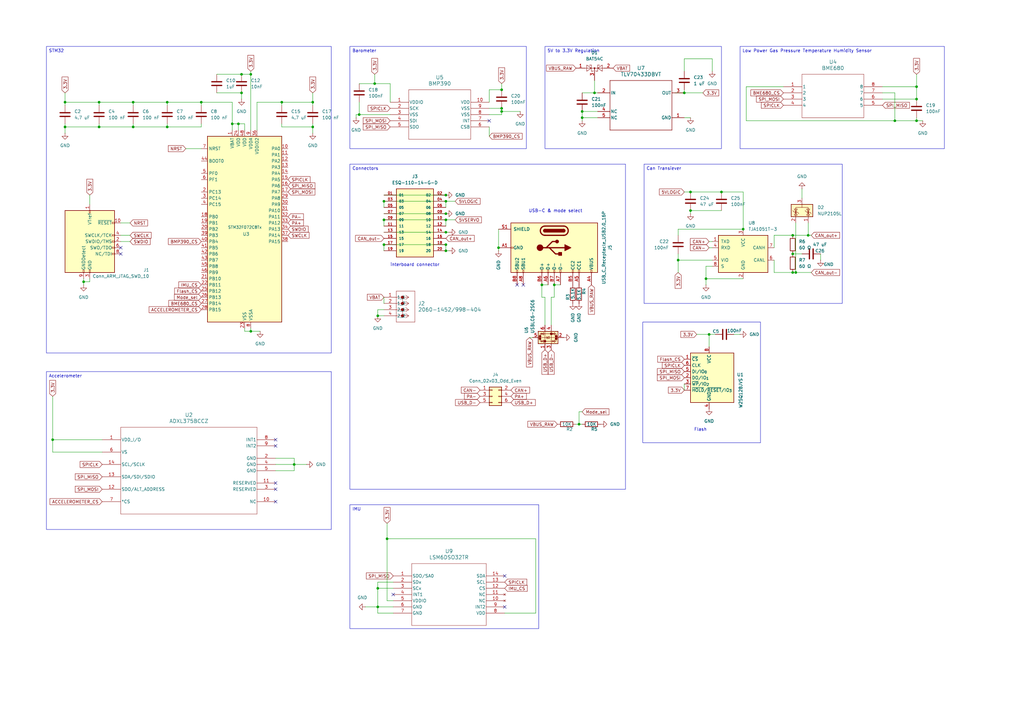
<source format=kicad_sch>
(kicad_sch (version 20250114) (generator "eeschema") (generator_version "9.0")
  (paper "A3")
  (rectangle (start 263.652 132.08) (end 311.912 181.61))
  (text "interboard connector" (at 170.18 108.712 0) (effects (font (size 1.27 1.27))))
  (text "USB-C & mode select\n" (at 227.838 86.614 0) (effects (font (size 1.27 1.27))))
  (text "Flash " (at 287.782 176.276 0) (effects (font (size 1.27 1.27))))
  (text_box "Low Power Gas Pressure Temperature Humidity Sensor" (at 303.53 19.05 0) (size 83.82 41.91) (margins 0.9525 0.9525 0.9525 0.9525) (effects (font (size 1.27 1.27)) (justify left top)))
  (text_box "Can Transiever" (at 264.16 67.31 0) (size 81.28 57.15) (margins 0.9525 0.9525 0.9525 0.9525) (effects (font (size 1.27 1.27)) (justify left top)))
  (text_box "Barometer" (at 143.51 19.05 0) (size 72.39 41.91) (margins 0.9525 0.9525 0.9525 0.9525) (effects (font (size 1.27 1.27)) (justify left top)))
  (text_box "5V to 3.3V Regulation\n" (at 223.52 19.05 0) (size 72.39 41.91) (margins 0.9525 0.9525 0.9525 0.9525) (effects (font (size 1.27 1.27)) (justify left top)))
  (text_box "Accelerometer" (at 19.05 152.4 0) (size 116.84 64.77) (margins 0.9525 0.9525 0.9525 0.9525) (effects (font (size 1.27 1.27)) (justify left top)))
  (text_box "IMU\n" (at 143.51 207.01 0) (size 77.47 50.8) (margins 0.9525 0.9525 0.9525 0.9525) (effects (font (size 1.27 1.27)) (justify left top)))
  (text_box "STM32" (at 19.05 19.05 0) (size 116.84 125.73) (margins 0.9525 0.9525 0.9525 0.9525) (effects (font (size 1.27 1.27)) (justify left top)))
  (text_box "Connectors\n" (at 143.51 67.31 0) (size 113.03 133.35) (margins 0.9525 0.9525 0.9525 0.9525) (effects (font (size 1.27 1.27)) (justify left top)))
  (junction (at 99.06 30.48))
  (junction (at 367.03 49.53))
  (junction (at 115.57 41.91))
  (junction (at 154.94 241.3))
  (junction (at 375.92 49.53))
  (junction (at 153.67 34.29))
  (junction (at 154.94 248.92))
  (junction (at 182.88 95.25))
  (junction (at 283.21 86.36))
  (junction (at 95.25 50.8))
  (junction (at 295.91 78.74))
  (junction (at 205.74 45.72))
  (junction (at 154.94 129.54))
  (junction (at 157.48 100.33))
  (junction (at 280.67 38.1))
  (junction (at 120.65 190.5))
  (junction (at 326.39 111.76))
  (junction (at 68.58 41.91))
  (junction (at 26.67 52.07))
  (junction (at 227.33 116.84))
  (junction (at 102.87 30.48))
  (junction (at 147.32 46.99))
  (junction (at 102.87 135.89))
  (junction (at 182.88 82.55))
  (junction (at 325.12 104.14))
  (junction (at 34.29 115.57))
  (junction (at 128.27 52.07))
  (junction (at 331.47 96.52))
  (junction (at 278.13 106.68))
  (junction (at 205.74 36.83))
  (junction (at 182.88 102.87))
  (junction (at 375.92 40.64))
  (junction (at 289.56 114.3))
  (junction (at 40.64 52.07))
  (junction (at 97.79 50.8))
  (junction (at 182.88 90.17))
  (junction (at 182.88 87.63))
  (junction (at 40.64 41.91))
  (junction (at 290.83 137.16))
  (junction (at 82.55 41.91))
  (junction (at 157.48 90.17))
  (junction (at 68.58 52.07))
  (junction (at 325.12 96.52))
  (junction (at 205.74 44.45))
  (junction (at 204.47 101.6))
  (junction (at 304.8 93.98))
  (junction (at 238.76 48.26))
  (junction (at 99.06 38.1))
  (junction (at 157.48 82.55))
  (junction (at 182.88 80.01))
  (junction (at 21.59 180.34))
  (junction (at 375.92 35.56))
  (junction (at 158.75 220.98))
  (junction (at 54.61 41.91))
  (junction (at 222.25 116.84))
  (junction (at 237.49 173.99))
  (junction (at 128.27 41.91))
  (junction (at 325.12 111.76))
  (junction (at 182.88 100.33))
  (junction (at 238.76 45.72))
  (junction (at 54.61 52.07))
  (junction (at 26.67 41.91))
  (junction (at 283.21 78.74))
  (junction (at 243.84 38.1))
  (no_connect (at 212.09 116.84))
  (no_connect (at 113.03 198.12))
  (no_connect (at 113.03 205.74))
  (no_connect (at 207.01 236.22))
  (no_connect (at 113.03 180.34))
  (no_connect (at 207.01 248.92))
  (no_connect (at 49.53 101.6))
  (no_connect (at 214.63 116.84))
  (no_connect (at 200.66 49.53))
  (no_connect (at 113.03 200.66))
  (no_connect (at 113.03 182.88))
  (no_connect (at 49.53 104.14))
  (no_connect (at 161.29 243.84))
  (wire (pts (xy 290.83 137.16) (xy 293.37 137.16)))
  (wire (pts (xy 157.48 87.63) (xy 182.88 87.63)))
  (wire (pts (xy 182.88 100.33) (xy 182.88 102.87)))
  (wire (pts (xy 278.13 93.98) (xy 304.8 93.98)))
  (wire (pts (xy 205.74 44.45) (xy 205.74 45.72)))
  (wire (pts (xy 158.75 214.63) (xy 158.75 220.98)))
  (wire (pts (xy 222.25 116.84) (xy 222.25 121.92)))
  (wire (pts (xy 40.64 41.91) (xy 54.61 41.91)))
  (wire (pts (xy 161.29 238.76) (xy 154.94 238.76)))
  (wire (pts (xy 361.95 38.1) (xy 367.03 38.1)))
  (wire (pts (xy 367.03 38.1) (xy 367.03 49.53)))
  (wire (pts (xy 146.05 46.99) (xy 146.05 48.26)))
  (wire (pts (xy 40.64 52.07) (xy 40.64 50.8)))
  (wire (pts (xy 99.06 38.1) (xy 99.06 40.64)))
  (wire (pts (xy 95.25 50.8) (xy 95.25 53.34)))
  (wire (pts (xy 290.83 137.16) (xy 290.83 142.24)))
  (wire (pts (xy 367.03 49.53) (xy 375.92 49.53)))
  (wire (pts (xy 157.48 90.17) (xy 157.48 92.71)))
  (wire (pts (xy 306.07 49.53) (xy 367.03 49.53)))
  (wire (pts (xy 154.94 129.54) (xy 157.48 129.54)))
  (wire (pts (xy 237.49 173.99) (xy 238.76 173.99)))
  (wire (pts (xy 157.48 90.17) (xy 182.88 90.17)))
  (wire (pts (xy 280.67 24.13) (xy 280.67 29.21)))
  (wire (pts (xy 34.29 115.57) (xy 34.29 116.84)))
  (wire (pts (xy 317.5 96.52) (xy 317.5 101.6)))
  (wire (pts (xy 375.92 49.53) (xy 375.92 48.26)))
  (wire (pts (xy 26.67 38.1) (xy 26.67 41.91)))
  (wire (pts (xy 128.27 38.1) (xy 128.27 41.91)))
  (wire (pts (xy 154.94 127) (xy 154.94 129.54)))
  (wire (pts (xy 97.79 53.34) (xy 97.79 50.8)))
  (wire (pts (xy 332.74 111.76) (xy 326.39 111.76)))
  (wire (pts (xy 290.83 101.6) (xy 292.1 101.6)))
  (wire (pts (xy 115.57 41.91) (xy 105.41 41.91)))
  (wire (pts (xy 154.94 251.46) (xy 154.94 248.92)))
  (wire (pts (xy 40.64 52.07) (xy 54.61 52.07)))
  (wire (pts (xy 200.66 41.91) (xy 200.66 36.83)))
  (wire (pts (xy 115.57 41.91) (xy 115.57 43.18)))
  (wire (pts (xy 280.67 38.1) (xy 288.29 38.1)))
  (wire (pts (xy 82.55 52.07) (xy 82.55 50.8)))
  (wire (pts (xy 106.68 135.89) (xy 102.87 135.89)))
  (wire (pts (xy 238.76 48.26) (xy 245.11 48.26)))
  (wire (pts (xy 120.65 187.96) (xy 120.65 190.5)))
  (wire (pts (xy 300.99 137.16) (xy 303.53 137.16)))
  (wire (pts (xy 237.49 168.91) (xy 237.49 173.99)))
  (wire (pts (xy 317.5 96.52) (xy 325.12 96.52)))
  (wire (pts (xy 200.66 55.88) (xy 200.66 52.07)))
  (wire (pts (xy 182.88 90.17) (xy 182.88 92.71)))
  (wire (pts (xy 21.59 180.34) (xy 41.91 180.34)))
  (wire (pts (xy 200.66 44.45) (xy 205.74 44.45)))
  (wire (pts (xy 236.22 173.99) (xy 237.49 173.99)))
  (wire (pts (xy 229.87 116.84) (xy 227.33 116.84)))
  (wire (pts (xy 283.21 78.74) (xy 295.91 78.74)))
  (wire (pts (xy 292.1 109.22) (xy 289.56 109.22)))
  (wire (pts (xy 292.1 24.13) (xy 280.67 24.13)))
  (wire (pts (xy 49.53 91.44) (xy 53.34 91.44)))
  (wire (pts (xy 158.75 220.98) (xy 158.75 246.38)))
  (wire (pts (xy 325.12 111.76) (xy 317.5 111.76)))
  (wire (pts (xy 128.27 52.07) (xy 128.27 50.8)))
  (wire (pts (xy 200.66 36.83) (xy 205.74 36.83)))
  (wire (pts (xy 336.55 104.14) (xy 336.55 106.68)))
  (wire (pts (xy 160.02 34.29) (xy 160.02 41.91)))
  (wire (pts (xy 82.55 41.91) (xy 95.25 41.91)))
  (wire (pts (xy 326.39 111.76) (xy 325.12 111.76)))
  (wire (pts (xy 157.48 127) (xy 154.94 127)))
  (wire (pts (xy 161.29 246.38) (xy 158.75 246.38)))
  (wire (pts (xy 326.39 91.44) (xy 326.39 111.76)))
  (wire (pts (xy 306.07 35.56) (xy 306.07 49.53)))
  (wire (pts (xy 147.32 46.99) (xy 160.02 46.99)))
  (wire (pts (xy 34.29 115.57) (xy 36.83 115.57)))
  (wire (pts (xy 120.65 190.5) (xy 125.73 190.5)))
  (wire (pts (xy 49.53 99.06) (xy 53.34 99.06)))
  (wire (pts (xy 157.48 124.46) (xy 157.48 121.92)))
  (wire (pts (xy 224.79 116.84) (xy 222.25 116.84)))
  (wire (pts (xy 375.92 49.53) (xy 378.46 49.53)))
  (wire (pts (xy 100.33 50.8) (xy 100.33 53.34)))
  (wire (pts (xy 280.67 157.48) (xy 280.67 160.02)))
  (wire (pts (xy 205.74 45.72) (xy 205.74 46.99)))
  (wire (pts (xy 243.84 38.1) (xy 245.11 38.1)))
  (wire (pts (xy 328.93 77.47) (xy 328.93 81.28)))
  (wire (pts (xy 95.25 41.91) (xy 95.25 50.8)))
  (wire (pts (xy 223.52 121.92) (xy 222.25 121.92)))
  (wire (pts (xy 278.13 104.14) (xy 278.13 106.68)))
  (wire (pts (xy 182.88 82.55) (xy 186.69 82.55)))
  (wire (pts (xy 280.67 48.26) (xy 283.21 48.26)))
  (wire (pts (xy 243.84 33.02) (xy 243.84 38.1)))
  (wire (pts (xy 304.8 78.74) (xy 304.8 93.98)))
  (wire (pts (xy 68.58 41.91) (xy 82.55 41.91)))
  (wire (pts (xy 204.47 101.6) (xy 204.47 102.87)))
  (wire (pts (xy 219.71 220.98) (xy 158.75 220.98)))
  (wire (pts (xy 207.01 251.46) (xy 219.71 251.46)))
  (wire (pts (xy 204.47 93.98) (xy 204.47 101.6)))
  (wire (pts (xy 54.61 41.91) (xy 68.58 41.91)))
  (wire (pts (xy 97.79 50.8) (xy 100.33 50.8)))
  (wire (pts (xy 120.65 193.04) (xy 120.65 190.5)))
  (wire (pts (xy 289.56 114.3) (xy 304.8 114.3)))
  (wire (pts (xy 113.03 193.04) (xy 120.65 193.04)))
  (wire (pts (xy 325.12 104.14) (xy 328.93 104.14)))
  (wire (pts (xy 289.56 114.3) (xy 289.56 116.84)))
  (wire (pts (xy 219.71 251.46) (xy 219.71 220.98)))
  (wire (pts (xy 283.21 86.36) (xy 295.91 86.36)))
  (wire (pts (xy 157.48 100.33) (xy 157.48 102.87)))
  (wire (pts (xy 238.76 45.72) (xy 238.76 48.26)))
  (wire (pts (xy 280.67 78.74) (xy 283.21 78.74)))
  (wire (pts (xy 226.06 121.92) (xy 227.33 121.92)))
  (wire (pts (xy 325.12 96.52) (xy 331.47 96.52)))
  (wire (pts (xy 238.76 48.26) (xy 238.76 49.53)))
  (wire (pts (xy 289.56 109.22) (xy 289.56 114.3)))
  (wire (pts (xy 205.74 45.72) (xy 213.36 45.72)))
  (wire (pts (xy 184.15 95.25) (xy 182.88 95.25)))
  (wire (pts (xy 26.67 52.07) (xy 26.67 54.61)))
  (wire (pts (xy 99.06 38.1) (xy 88.9 38.1)))
  (wire (pts (xy 317.5 111.76) (xy 317.5 106.68)))
  (wire (pts (xy 278.13 96.52) (xy 278.13 93.98)))
  (wire (pts (xy 223.52 133.35) (xy 223.52 121.92)))
  (wire (pts (xy 361.95 40.64) (xy 375.92 40.64)))
  (wire (pts (xy 54.61 52.07) (xy 68.58 52.07)))
  (wire (pts (xy 100.33 135.89) (xy 102.87 135.89)))
  (wire (pts (xy 115.57 52.07) (xy 115.57 50.8)))
  (wire (pts (xy 147.32 34.29) (xy 153.67 34.29)))
  (wire (pts (xy 99.06 30.48) (xy 88.9 30.48)))
  (wire (pts (xy 26.67 52.07) (xy 26.67 50.8)))
  (wire (pts (xy 184.15 102.87) (xy 182.88 102.87)))
  (wire (pts (xy 149.86 248.92) (xy 154.94 248.92)))
  (wire (pts (xy 40.64 41.91) (xy 40.64 43.18)))
  (wire (pts (xy 128.27 41.91) (xy 128.27 43.18)))
  (wire (pts (xy 128.27 52.07) (xy 128.27 54.61)))
  (wire (pts (xy 160.02 34.29) (xy 153.67 34.29)))
  (wire (pts (xy 278.13 106.68) (xy 292.1 106.68)))
  (wire (pts (xy 331.47 91.44) (xy 331.47 96.52)))
  (wire (pts (xy 113.03 187.96) (xy 120.65 187.96)))
  (wire (pts (xy 102.87 30.48) (xy 102.87 53.34)))
  (wire (pts (xy 278.13 106.68) (xy 278.13 111.76)))
  (wire (pts (xy 238.76 45.72) (xy 245.11 45.72)))
  (wire (pts (xy 82.55 41.91) (xy 82.55 43.18)))
  (wire (pts (xy 36.83 115.57) (xy 36.83 114.3)))
  (wire (pts (xy 157.48 85.09) (xy 157.48 82.55)))
  (wire (pts (xy 102.87 30.48) (xy 99.06 30.48)))
  (wire (pts (xy 290.83 99.06) (xy 292.1 99.06)))
  (wire (pts (xy 217.17 138.43) (xy 218.44 138.43)))
  (wire (pts (xy 182.88 82.55) (xy 182.88 85.09)))
  (wire (pts (xy 68.58 52.07) (xy 68.58 50.8)))
  (wire (pts (xy 26.67 52.07) (xy 40.64 52.07)))
  (wire (pts (xy 154.94 241.3) (xy 154.94 248.92)))
  (wire (pts (xy 283.21 86.36) (xy 283.21 87.63)))
  (wire (pts (xy 361.95 35.56) (xy 375.92 35.56)))
  (wire (pts (xy 100.33 134.62) (xy 100.33 135.89)))
  (wire (pts (xy 200.66 46.99) (xy 205.74 46.99)))
  (wire (pts (xy 375.92 40.64) (xy 375.92 35.56)))
  (wire (pts (xy 238.76 168.91) (xy 237.49 168.91)))
  (wire (pts (xy 147.32 41.91) (xy 147.32 46.99)))
  (wire (pts (xy 238.76 38.1) (xy 243.84 38.1)))
  (wire (pts (xy 21.59 185.42) (xy 21.59 180.34)))
  (wire (pts (xy 102.87 135.89) (xy 102.87 134.62)))
  (wire (pts (xy 113.03 190.5) (xy 120.65 190.5)))
  (wire (pts (xy 292.1 29.21) (xy 292.1 24.13)))
  (wire (pts (xy 157.48 95.25) (xy 182.88 95.25)))
  (wire (pts (xy 41.91 185.42) (xy 21.59 185.42)))
  (wire (pts (xy 331.47 96.52) (xy 332.74 96.52)))
  (wire (pts (xy 49.53 96.52) (xy 53.34 96.52)))
  (wire (pts (xy 102.87 29.21) (xy 102.87 30.48)))
  (wire (pts (xy 154.94 241.3) (xy 161.29 241.3)))
  (wire (pts (xy 26.67 41.91) (xy 26.67 43.18)))
  (wire (pts (xy 157.48 100.33) (xy 182.88 100.33)))
  (wire (pts (xy 285.75 137.16) (xy 290.83 137.16)))
  (wire (pts (xy 54.61 41.91) (xy 54.61 43.18)))
  (wire (pts (xy 34.29 114.3) (xy 34.29 115.57)))
  (wire (pts (xy 36.83 80.01) (xy 36.83 83.82)))
  (wire (pts (xy 295.91 78.74) (xy 304.8 78.74)))
  (wire (pts (xy 146.05 46.99) (xy 147.32 46.99)))
  (wire (pts (xy 205.74 34.29) (xy 205.74 36.83)))
  (wire (pts (xy 153.67 34.29) (xy 153.67 30.48)))
  (wire (pts (xy 375.92 35.56) (xy 375.92 30.48)))
  (wire (pts (xy 321.31 35.56) (xy 306.07 35.56)))
  (wire (pts (xy 280.67 36.83) (xy 280.67 38.1)))
  (wire (pts (xy 26.67 41.91) (xy 40.64 41.91)))
  (wire (pts (xy 226.06 133.35) (xy 226.06 121.92)))
  (wire (pts (xy 95.25 50.8) (xy 97.79 50.8)))
  (wire (pts (xy 105.41 41.91) (xy 105.41 53.34)))
  (wire (pts (xy 154.94 248.92) (xy 161.29 248.92)))
  (wire (pts (xy 68.58 41.91) (xy 68.58 43.18)))
  (wire (pts (xy 21.59 180.34) (xy 21.59 162.56)))
  (wire (pts (xy 128.27 52.07) (xy 115.57 52.07)))
  (wire (pts (xy 182.88 90.17) (xy 186.69 90.17)))
  (wire (pts (xy 157.48 80.01) (xy 182.88 80.01)))
  (wire (pts (xy 154.94 238.76) (xy 154.94 241.3)))
  (wire (pts (xy 276.86 38.1) (xy 280.67 38.1)))
  (wire (pts (xy 54.61 52.07) (xy 54.61 50.8)))
  (wire (pts (xy 128.27 41.91) (xy 115.57 41.91)))
  (wire (pts (xy 76.2 60.96) (xy 82.55 60.96)))
  (wire (pts (xy 157.48 82.55) (xy 182.88 82.55)))
  (wire (pts (xy 161.29 251.46) (xy 154.94 251.46)))
  (wire (pts (xy 68.58 52.07) (xy 82.55 52.07)))
  (wire (pts (xy 227.33 121.92) (xy 227.33 116.84)))
  (global_label "SWDIO" (shape input) (at 53.34 99.06 0) (property "Intersheetrefs" "${INTERSHEET_REFS}" (effects (hide yes))))
  (global_label "5VSERVO" (shape input) (at 186.69 90.17 0) (property "Intersheetrefs" "${INTERSHEET_REFS}" (effects (hide yes))))
  (global_label "3.3V" (shape input) (at 36.83 80.01 90) (property "Intersheetrefs" "${INTERSHEET_REFS}" (effects (hide yes))))
  (global_label "SWCLK" (shape input) (at 118.11 96.52 0) (property "Intersheetrefs" "${INTERSHEET_REFS}" (effects (hide yes))))
  (global_label "Flash_CS" (shape input) (at 280.67 147.32 180) (property "Intersheetrefs" "${INTERSHEET_REFS}" (effects (hide yes))))
  (global_label "CAN_out-" (shape input) (at 157.48 97.79 180) (property "Intersheetrefs" "${INTERSHEET_REFS}" (effects (hide yes))))
  (global_label "Flash_CS" (shape input) (at 82.55 119.38 180) (property "Intersheetrefs" "${INTERSHEET_REFS}" (effects (hide yes))))
  (global_label "SPI_MOSI" (shape input) (at 41.91 200.66 180) (property "Intersheetrefs" "${INTERSHEET_REFS}" (effects (hide yes))))
  (global_label "3.3V" (shape input) (at 288.29 38.1 0) (property "Intersheetrefs" "${INTERSHEET_REFS}" (effects (hide yes))))
  (global_label "CAN+" (shape input) (at 290.83 99.06 180) (property "Intersheetrefs" "${INTERSHEET_REFS}" (effects (hide yes))))
  (global_label "VBUS_RAW" (shape input) (at 242.57 116.84 270) (property "Intersheetrefs" "${INTERSHEET_REFS}" (effects (hide yes))))
  (global_label "CAN+" (shape input) (at 209.55 160.02 0) (property "Intersheetrefs" "${INTERSHEET_REFS}" (effects (hide yes))))
  (global_label "3.3V" (shape input) (at 102.87 29.21 90) (property "Intersheetrefs" "${INTERSHEET_REFS}" (effects (hide yes))))
  (global_label "ACCELEROMETER_CS" (shape input) (at 82.55 127 180) (property "Intersheetrefs" "${INTERSHEET_REFS}" (effects (hide yes))))
  (global_label "USB_D-" (shape input) (at 226.06 143.51 270) (property "Intersheetrefs" "${INTERSHEET_REFS}" (effects (hide yes))))
  (global_label "3.3V" (shape input) (at 280.67 160.02 180) (property "Intersheetrefs" "${INTERSHEET_REFS}" (effects (hide yes))))
  (global_label "PA+" (shape input) (at 209.55 162.56 0) (property "Intersheetrefs" "${INTERSHEET_REFS}" (effects (hide yes))))
  (global_label "3.3V" (shape input) (at 375.92 30.48 90) (property "Intersheetrefs" "${INTERSHEET_REFS}" (effects (hide yes))))
  (global_label "USB_D+" (shape input) (at 223.52 143.51 270) (property "Intersheetrefs" "${INTERSHEET_REFS}" (effects (hide yes))))
  (global_label "3.3V" (shape input) (at 205.74 34.29 90) (property "Intersheetrefs" "${INTERSHEET_REFS}" (effects (hide yes))))
  (global_label "IMU_CS" (shape input) (at 82.55 116.84 180) (property "Intersheetrefs" "${INTERSHEET_REFS}" (effects (hide yes))))
  (global_label "SPI_MOSI" (shape input) (at 280.67 154.94 180) (property "Intersheetrefs" "${INTERSHEET_REFS}" (effects (hide yes))))
  (global_label "USB_D-" (shape input) (at 196.85 165.1 180) (property "Intersheetrefs" "${INTERSHEET_REFS}" (effects (hide yes))))
  (global_label "IMU_CS" (shape input) (at 207.01 241.3 0) (property "Intersheetrefs" "${INTERSHEET_REFS}" (effects (hide yes))))
  (global_label "SPI_MOSI" (shape input) (at 118.11 78.74 0) (property "Intersheetrefs" "${INTERSHEET_REFS}" (effects (hide yes))))
  (global_label "SPI_MISO" (shape input) (at 161.29 236.22 180) (property "Intersheetrefs" "${INTERSHEET_REFS}" (effects (hide yes))))
  (global_label "SPICLK" (shape input) (at 118.11 73.66 0) (property "Intersheetrefs" "${INTERSHEET_REFS}" (effects (hide yes))))
  (global_label "NRST" (shape input) (at 53.34 91.44 0) (property "Intersheetrefs" "${INTERSHEET_REFS}" (effects (hide yes))))
  (global_label "CAN_out+" (shape input) (at 332.74 96.52 0) (property "Intersheetrefs" "${INTERSHEET_REFS}" (effects (hide yes))))
  (global_label "3.3V" (shape input) (at 278.13 111.76 270) (property "Intersheetrefs" "${INTERSHEET_REFS}" (effects (hide yes))))
  (global_label "CAN_out+" (shape input) (at 182.88 97.79 0) (property "Intersheetrefs" "${INTERSHEET_REFS}" (effects (hide yes))))
  (global_label "BMP390_CS" (shape input) (at 200.66 55.88 0) (property "Intersheetrefs" "${INTERSHEET_REFS}" (effects (hide yes))))
  (global_label "Mode_sel" (shape input) (at 238.76 168.91 0) (property "Intersheetrefs" "${INTERSHEET_REFS}" (effects (hide yes))))
  (global_label "5VLOGIC" (shape input) (at 280.67 78.74 180) (property "Intersheetrefs" "${INTERSHEET_REFS}" (effects (hide yes))))
  (global_label "BME680_CS" (shape input) (at 82.55 124.46 180) (property "Intersheetrefs" "${INTERSHEET_REFS}" (effects (hide yes))))
  (global_label "SPICLK" (shape input) (at 41.91 190.5 180) (property "Intersheetrefs" "${INTERSHEET_REFS}" (effects (hide yes))))
  (global_label "CAN-" (shape input) (at 290.83 101.6 180) (property "Intersheetrefs" "${INTERSHEET_REFS}" (effects (hide yes))))
  (global_label "NRST" (shape input) (at 76.2 60.96 180) (property "Intersheetrefs" "${INTERSHEET_REFS}" (effects (hide yes))))
  (global_label "3.3V" (shape input) (at 26.67 38.1 90) (property "Intersheetrefs" "${INTERSHEET_REFS}" (effects (hide yes))))
  (global_label "VBUS_RAW" (shape input) (at 228.6 173.99 180) (property "Intersheetrefs" "${INTERSHEET_REFS}" (effects (hide yes))))
  (global_label "SPI_MOSI" (shape input) (at 160.02 49.53 180) (property "Intersheetrefs" "${INTERSHEET_REFS}" (effects (hide yes))))
  (global_label "SPI_MISO" (shape input) (at 160.02 52.07 180) (property "Intersheetrefs" "${INTERSHEET_REFS}" (effects (hide yes))))
  (global_label "USB_D+" (shape input) (at 209.55 165.1 0) (property "Intersheetrefs" "${INTERSHEET_REFS}" (effects (hide yes))))
  (global_label "SPICLK" (shape input) (at 280.67 149.86 180) (property "Intersheetrefs" "${INTERSHEET_REFS}" (effects (hide yes))))
  (global_label "SPI_MISO" (shape input) (at 118.11 76.2 0) (property "Intersheetrefs" "${INTERSHEET_REFS}" (effects (hide yes))))
  (global_label "SPICLK" (shape input) (at 160.02 44.45 180) (property "Intersheetrefs" "${INTERSHEET_REFS}" (effects (hide yes))))
  (global_label "3.3V" (shape input) (at 21.59 162.56 90) (property "Intersheetrefs" "${INTERSHEET_REFS}" (effects (hide yes))))
  (global_label "3.3V" (shape input) (at 285.75 137.16 180) (property "Intersheetrefs" "${INTERSHEET_REFS}" (effects (hide yes))))
  (global_label "Mode_sel" (shape input) (at 82.55 121.92 180) (property "Intersheetrefs" "${INTERSHEET_REFS}" (effects (hide yes))))
  (global_label "SPI_MISO" (shape input) (at 361.95 43.18 0) (property "Intersheetrefs" "${INTERSHEET_REFS}" (effects (hide yes))))
  (global_label "3.3V" (shape input) (at 128.27 38.1 90) (property "Intersheetrefs" "${INTERSHEET_REFS}" (effects (hide yes))))
  (global_label "SPI_MOSI" (shape input) (at 321.31 40.64 180) (property "Intersheetrefs" "${INTERSHEET_REFS}" (effects (hide yes))))
  (global_label "PA-" (shape input) (at 196.85 162.56 180) (property "Intersheetrefs" "${INTERSHEET_REFS}" (effects (hide yes))))
  (global_label "SWCLK" (shape input) (at 53.34 96.52 0) (property "Intersheetrefs" "${INTERSHEET_REFS}" (effects (hide yes))))
  (global_label "VBAT" (shape input) (at 157.48 121.92 180) (property "Intersheetrefs" "${INTERSHEET_REFS}" (effects (hide yes))))
  (global_label "3.3V" (shape input) (at 158.75 214.63 90) (property "Intersheetrefs" "${INTERSHEET_REFS}" (effects (hide yes))))
  (global_label "PA+" (shape input) (at 118.11 91.44 0) (property "Intersheetrefs" "${INTERSHEET_REFS}" (effects (hide yes))))
  (global_label "3.3V" (shape input) (at 153.67 30.48 90) (property "Intersheetrefs" "${INTERSHEET_REFS}" (effects (hide yes))))
  (global_label "ACCELEROMETER_CS" (shape input) (at 41.91 205.74 180) (property "Intersheetrefs" "${INTERSHEET_REFS}" (effects (hide yes))))
  (global_label "BMP390_CS" (shape input) (at 82.55 99.06 180) (property "Intersheetrefs" "${INTERSHEET_REFS}" (effects (hide yes))))
  (global_label "VBUS_RAW" (shape input) (at 236.22 27.94 180) (property "Intersheetrefs" "${INTERSHEET_REFS}" (effects (hide yes))))
  (global_label "SPICLK" (shape input) (at 207.01 238.76 0) (property "Intersheetrefs" "${INTERSHEET_REFS}" (effects (hide yes))))
  (global_label "5VLOGIC" (shape input) (at 186.69 82.55 0) (property "Intersheetrefs" "${INTERSHEET_REFS}" (effects (hide yes))))
  (global_label "BME680_CS" (shape input) (at 321.31 38.1 180) (property "Intersheetrefs" "${INTERSHEET_REFS}" (effects (hide yes))))
  (global_label "VBUS_RAW" (shape input) (at 217.17 138.43 270) (property "Intersheetrefs" "${INTERSHEET_REFS}" (effects (hide yes))))
  (global_label "SPI_MISO" (shape input) (at 41.91 195.58 180) (property "Intersheetrefs" "${INTERSHEET_REFS}" (effects (hide yes))))
  (global_label "SPICLK" (shape input) (at 321.31 43.18 180) (property "Intersheetrefs" "${INTERSHEET_REFS}" (effects (hide yes))))
  (global_label "CAN-" (shape input) (at 196.85 160.02 180) (property "Intersheetrefs" "${INTERSHEET_REFS}" (effects (hide yes))))
  (global_label "PA-" (shape input) (at 118.11 88.9 0) (property "Intersheetrefs" "${INTERSHEET_REFS}" (effects (hide yes))))
  (global_label "VBAT" (shape input) (at 251.46 27.94 0) (property "Intersheetrefs" "${INTERSHEET_REFS}" (effects (hide yes))))
  (global_label "SPI_MISO" (shape input) (at 280.67 152.4 180) (property "Intersheetrefs" "${INTERSHEET_REFS}" (effects (hide yes))))
  (global_label "SWDIO" (shape input) (at 118.11 93.98 0) (property "Intersheetrefs" "${INTERSHEET_REFS}" (effects (hide yes))))
  (global_label "CAN_out-" (shape input) (at 332.74 111.76 0) (property "Intersheetrefs" "${INTERSHEET_REFS}" (effects (hide yes))))
  (symbol (lib_id "power:GND") (at 238.76 49.53 0) (unit 1)
    (property "Reference" "#PWR023" (effects (hide yes)))
    (property "Value" "GND" (at 238.76 54.61 0))
    (property "Description" "Power symbol creates a global label with name \"GND\" , ground" (effects (hide yes)))
  )
  (symbol (lib_id "power:GND") (at 231.14 138.43 90) (unit 1)
    (property "Reference" "#PWR020" (effects (hide yes)))
    (property "Value" "GND" (at 236.22 138.43 0))
    (property "Description" "Power symbol creates a global label with name \"GND\" , ground" (effects (hide yes)))
  )
  (symbol (lib_id "power:GND") (at 234.95 124.46 0) (unit 1)
    (property "Reference" "#PWR021" (effects (hide yes)))
    (property "Value" "GND" (at 234.9499 128.27 90) (effects (justify right)))
    (property "Description" "Power symbol creates a global label with name \"GND\" , ground" (effects (hide yes)))
  )
  (symbol (lib_id "Device:C") (at 238.76 41.91 0) (unit 1)
    (property "Reference" "C21" (at 242.57 40.6399 0) (effects (justify left)))
    (property "Value" "100nF" (at 242.57 43.1799 0) (effects (justify left)))
    (property "Footprint" "Capacitor_SMD:C_0402_1005Metric" (effects (hide yes)))
    (property "Description" "Unpolarized capacitor" (effects (hide yes)))
  )
  (symbol (lib_id "power:GND") (at 283.21 48.26 0) (unit 1)
    (property "Reference" "#PWR025" (effects (hide yes)))
    (property "Value" "GND" (at 283.21 53.34 0))
    (property "Description" "Power symbol creates a global label with name \"GND\" , ground" (effects (hide yes)))
  )
  (symbol (lib_id "power:GND") (at 246.38 173.99 90) (unit 1)
    (property "Reference" "#PWR024" (effects (hide yes)))
    (property "Value" "GND" (at 250.19 173.9899 90) (effects (justify right)))
    (property "Description" "Power symbol creates a global label with name \"GND\" , ground" (effects (hide yes)))
  )
  (symbol (lib_id "Device:C") (at 205.74 40.64 0) (unit 1)
    (property "Reference" "C20" (at 209.55 39.3699 0) (effects (justify left)))
    (property "Value" "100nF" (at 209.55 41.9099 0) (effects (justify left)))
    (property "Footprint" "Capacitor_SMD:C_0402_1005Metric" (effects (hide yes)))
    (property "Description" "Unpolarized capacitor" (effects (hide yes)))
  )
  (symbol (lib_id "power:GND") (at 146.05 48.26 0) (unit 1)
    (property "Reference" "#PWR011" (effects (hide yes)))
    (property "Value" "GND" (at 146.05 53.34 0))
    (property "Description" "Power symbol creates a global label with name \"GND\" , ground" (effects (hide yes)))
  )
  (symbol (lib_id "Device:C") (at 297.18 137.16 90) (unit 1)
    (property "Reference" "C5" (at 293.624 135.89 90))
    (property "Value" "100nF" (at 301.244 135.636 90))
    (property "Footprint" "Capacitor_SMD:C_0402_1005Metric" (effects (hide yes)))
    (property "Description" "Unpolarized capacitor" (effects (hide yes)))
  )
  (symbol (lib_id "power:GND") (at 213.36 45.72 0) (unit 1)
    (property "Reference" "#PWR019" (effects (hide yes)))
    (property "Value" "GND" (at 213.36 50.8 0))
    (property "Description" "Power symbol creates a global label with name \"GND\" , ground" (effects (hide yes)))
  )
  (symbol (lib_id "Device:C") (at 128.27 46.99 0) (unit 1)
    (property "Reference" "C17" (at 132.08 45.7199 0) (effects (justify left)))
    (property "Value" "100 nF" (at 132.08 48.2599 0) (effects (justify left)))
    (property "Footprint" "Capacitor_SMD:C_0402_1005Metric" (effects (hide yes)))
    (property "Description" "Unpolarized capacitor" (effects (hide yes)))
  )
  (symbol (lib_id "Interface_CAN_LIN:TJA1051T-3") (at 304.8 104.14 0) (unit 1)
    (property "Reference" "U8" (at 306.9433 91.44 0) (effects (justify left)))
    (property "Value" "TJA1051T-3" (at 306.9433 93.98 0) (effects (justify left)))
    (property "Footprint" "Package_SO:SOIC-8_3.9x4.9mm_P1.27mm" (effects (hide yes)))
    (property "Datasheet" "http://www.nxp.com/docs/en/data-sheet/TJA1051.pdf" (effects (hide yes)))
    (property "Description" "High-Speed CAN Transceiver, separate VIO, silent mode, SOIC-8" (effects (hide yes)))
  )
  (symbol (lib_id "power:GND") (at 378.46 49.53 0) (unit 1)
    (property "Reference" "#PWR013" (effects (hide yes)))
    (property "Value" "GND" (at 378.46 54.61 0))
    (property "Description" "Power symbol creates a global label with name \"GND\" , ground" (effects (hide yes)))
  )
  (symbol (lib_id "power:GND") (at 204.47 102.87 0) (unit 1)
    (property "Reference" "#PWR018" (effects (hide yes)))
    (property "Value" "GND" (at 204.4701 106.68 90) (effects (justify right)))
    (property "Description" "Power symbol creates a global label with name \"GND\" , ground" (effects (hide yes)))
  )
  (symbol (lib_id "Device:C") (at 147.32 38.1 0) (unit 1)
    (property "Reference" "C18" (at 151.13 36.8299 0) (effects (justify left)))
    (property "Value" "100nF" (at 151.13 39.3699 0) (effects (justify left)))
    (property "Footprint" "Capacitor_SMD:C_0402_1005Metric" (effects (hide yes)))
    (property "Description" "Unpolarized capacitor" (effects (hide yes)))
  )
  (symbol (lib_id "Device:R") (at 232.41 173.99 270) (unit 1)
    (property "Reference" "R2" (at 234.95 176.022 90) (effects (justify right)))
    (property "Value" "10K" (at 234.442 173.99 90) (effects (justify right)))
    (property "Footprint" "Resistor_SMD:R_0402_1005Metric" (effects (hide yes)))
    (property "Description" "Resistor" (effects (hide yes)))
  )
  (symbol (lib_id "power:GND") (at 237.49 124.46 0) (unit 1)
    (property "Reference" "#PWR022" (effects (hide yes)))
    (property "Value" "GND" (at 237.4901 128.27 90) (effects (justify right)))
    (property "Description" "Power symbol creates a global label with name \"GND\" , ground" (effects (hide yes)))
  )
  (symbol (lib_id "power:GND") (at 154.94 129.54 0) (unit 1)
    (property "Reference" "#PWR012" (effects (hide yes)))
    (property "Value" "GND" (at 154.94 134.62 0))
    (property "Description" "Power symbol creates a global label with name \"GND\" , ground" (effects (hide yes)))
  )
  (symbol (lib_id "Device:C") (at 280.67 33.02 0) (unit 1)
    (property "Reference" "C23" (at 284.48 31.7499 0) (effects (justify left)))
    (property "Value" "1 uF" (at 284.48 34.2899 0) (effects (justify left)))
    (property "Footprint" "Capacitor_SMD:C_0402_1005Metric" (effects (hide yes)))
    (property "Description" "Unpolarized capacitor" (effects (hide yes)))
  )
  (symbol (lib_id "Power_Protection:USBLC6-2SC6") (at 223.52 138.43 90) (unit 1)
    (property "Reference" "U6" (at 215.9 136.7789 0) (effects (justify left)))
    (property "Value" "USBLC6-2SC6" (at 218.44 136.7789 0) (effects (justify left)))
    (property "Footprint" "Package_TO_SOT_SMD:SOT-23-6" (effects (hide yes)))
    (property "Datasheet" "https://www.st.com/resource/en/datasheet/usblc6-2.pdf" (effects (hide yes)))
    (property "Description" "Very low capacitance ESD protection diode, 2 data-line, SOT-23-6" (effects (hide yes)))
  )
  (symbol (lib_id "Connector:Conn_ARM_JTAG_SWD_10") (at 36.83 99.06 0) (unit 1)
    (property "Reference" "J1" (at 61.214 110.744 0) (effects (justify right)))
    (property "Value" "Conn_ARM_JTAG_SWD_10" (at 61.214 113.284 0) (effects (justify right)))
    (property "Footprint" "Connector_PinHeader_1.27mm:PinHeader_2x05_P1.27mm_Vertical" (effects (hide yes)))
    (property "Datasheet" "http://infocenter.arm.com/help/topic/com.arm.doc.ddi0314h/DDI0314H_coresight_components_trm.pdf" (effects (hide yes)))
    (property "Description" "Cortex Debug Connector, standard ARM Cortex-M SWD and JTAG interface" (effects (hide yes)))
  )
  (symbol (lib_id "power:GND") (at 336.55 106.68 0) (unit 1)
    (property "Reference" "#PWR030" (effects (hide yes)))
    (property "Value" "GND" (at 339.852 108.458 0))
    (property "Description" "Power symbol creates a global label with name \"GND\" , ground" (effects (hide yes)))
  )
  (symbol (lib_id "Device:R") (at 234.95 120.65 180) (unit 1)
    (property "Reference" "R3" (at 232.918 123.19 90) (effects (justify right)))
    (property "Value" "5.1K" (at 234.95 122.682 90) (effects (justify right)))
    (property "Footprint" "Resistor_SMD:R_0402_1005Metric" (effects (hide yes)))
    (property "Description" "Resistor" (effects (hide yes)))
  )
  (symbol (lib_id "power:GND") (at 182.88 87.63 90) (unit 1)
    (property "Reference" "#PWR015" (effects (hide yes)))
    (property "Value" "GND" (at 186.69 87.6299 90) (effects (justify right)))
    (property "Description" "Power symbol creates a global label with name \"GND\" , ground" (effects (hide yes)))
  )
  (symbol (lib_id "TLV70433DBVT:TLV70433DBVT") (at 262.89 43.18 0) (unit 1)
    (property "Reference" "U7" (at 262.89 27.94 0) (effects (font (size 1.524 1.524))))
    (property "Value" "TLV70433DBVT" (at 262.89 30.48 0) (effects (font (size 1.524 1.524))))
    (property "Footprint" "footprints:DBV0005A_M" (effects (hide yes)))
    (property "Datasheet" "https://www.ti.com/lit/gpn/tlv704" (effects (hide yes)))
  )
  (symbol (lib_id "Device:C") (at 278.13 100.33 0) (mirror x) (unit 1)
    (property "Reference" "C22" (at 274.32 99.0599 0) (effects (justify right)))
    (property "Value" "100nF" (at 274.32 101.5999 0) (effects (justify right)))
    (property "Footprint" "Capacitor_SMD:C_0402_1005Metric" (effects (hide yes)))
    (property "Description" "Unpolarized capacitor" (effects (hide yes)))
  )
  (symbol (lib_id "power:GND") (at 26.67 54.61 0) (unit 1)
    (property "Reference" "#PWR02" (effects (hide yes)))
    (property "Value" "GND" (at 26.67 59.69 0))
    (property "Description" "Power symbol creates a global label with name \"GND\" , ground" (effects (hide yes)))
  )
  (symbol (lib_id "BMP390:BMP390") (at 160.02 41.91 0) (unit 1)
    (property "Reference" "U5" (at 180.34 31.75 0) (effects (font (size 1.524 1.524))))
    (property "Value" "BMP390" (at 180.34 34.29 0) (effects (font (size 1.524 1.524))))
    (property "Footprint" "footprints:10LGA_2X2X0p75_BOS" (effects (hide yes)))
    (property "Datasheet" "BMP390" (effects (hide yes)))
  )
  (symbol (lib_id "Device:R") (at 242.57 173.99 270) (unit 1)
    (property "Reference" "R5" (at 245.11 176.022 90) (effects (justify right)))
    (property "Value" "10K" (at 244.602 173.99 90) (effects (justify right)))
    (property "Footprint" "Resistor_SMD:R_0402_1005Metric" (effects (hide yes)))
    (property "Description" "Resistor" (effects (hide yes)))
  )
  (symbol (lib_id "power:GND") (at 125.73 190.5 90) (unit 1)
    (property "Reference" "#PWR01" (effects (hide yes)))
    (property "Value" "GND" (at 129.54 190.4999 90) (effects (justify right)))
    (property "Description" "Power symbol creates a global label with name \"GND\" , ground" (effects (hide yes)))
  )
  (symbol (lib_id "power:GND") (at 106.68 135.89 0) (unit 1)
    (property "Reference" "#PWR09" (effects (hide yes)))
    (property "Value" "GND" (at 106.68 140.97 0))
    (property "Description" "Power symbol creates a global label with name \"GND\" , ground" (effects (hide yes)))
  )
  (symbol (lib_id "Device:C") (at 88.9 34.29 0) (mirror y) (unit 1)
    (property "Reference" "C10" (at 92.71 33.0199 0) (effects (justify right)))
    (property "Value" "1uF" (at 92.71 35.5599 0) (effects (justify right)))
    (property "Footprint" "Capacitor_SMD:C_0402_1005Metric" (effects (hide yes)))
    (property "Description" "Unpolarized capacitor" (effects (hide yes)))
  )
  (symbol (lib_id "power:GND") (at 99.06 40.64 0) (mirror y) (unit 1)
    (property "Reference" "#PWR07" (effects (hide yes)))
    (property "Value" "GND" (at 99.06 45.72 0))
    (property "Description" "Power symbol creates a global label with name \"GND\" , ground" (effects (hide yes)))
  )
  (symbol (lib_id "Device:C") (at 54.61 46.99 0) (unit 1)
    (property "Reference" "C6" (at 58.42 45.7199 0) (effects (justify left)))
    (property "Value" "100 nF" (at 58.42 48.2599 0) (effects (justify left)))
    (property "Footprint" "Capacitor_SMD:C_0402_1005Metric" (effects (hide yes)))
    (property "Description" "Unpolarized capacitor" (effects (hide yes)))
  )
  (symbol (lib_id "Device:C") (at 115.57 46.99 0) (unit 1)
    (property "Reference" "C15" (at 119.38 45.7199 0) (effects (justify left)))
    (property "Value" "4.7 uF" (at 119.38 48.2599 0) (effects (justify left)))
    (property "Footprint" "Capacitor_SMD:C_0402_1005Metric" (effects (hide yes)))
    (property "Description" "Unpolarized capacitor" (effects (hide yes)))
  )
  (symbol (lib_id "Device:C") (at 295.91 82.55 0) (unit 1)
    (property "Reference" "C25" (at 299.72 81.2799 0) (effects (justify left)))
    (property "Value" "100nF" (at 299.72 83.8199 0) (effects (justify left)))
    (property "Footprint" "Capacitor_SMD:C_0402_1005Metric" (effects (hide yes)))
    (property "Description" "Unpolarized capacitor" (effects (hide yes)))
  )
  (symbol (lib_id "power:GND") (at 292.1 29.21 0) (unit 1)
    (property "Reference" "#PWR028" (effects (hide yes)))
    (property "Value" "GND" (at 292.1 34.29 0))
    (property "Description" "Power symbol creates a global label with name \"GND\" , ground" (effects (hide yes)))
  )
  (symbol (lib_id "power:GND") (at 184.15 95.25 90) (unit 1)
    (property "Reference" "#PWR016" (effects (hide yes)))
    (property "Value" "GND" (at 187.96 95.2499 90) (effects (justify right)))
    (property "Description" "Power symbol creates a global label with name \"GND\" , ground" (effects (hide yes)))
  )
  (symbol (lib_id "MCU_ST_STM32F0:STM32F072C8Tx") (at 100.33 93.98 0) (unit 1)
    (property "Reference" "U3" (at 99.568 96.012 0) (effects (justify left)))
    (property "Value" "STM32F072C8Tx" (at 93.472 93.218 0) (effects (font (size 1.143 1.143)) (justify left)))
    (property "Footprint" "Package_QFP:LQFP-48_7x7mm_P0.5mm" (effects (hide yes)))
    (property "Datasheet" "https://www.st.com/resource/en/datasheet/stm32f072c8.pdf" (effects (hide yes)))
    (property "Description" "STMicroelectronics Arm Cortex-M0 MCU, 64KB flash, 16KB RAM, 48 MHz, 2.0-3.6V, 37 GPIO, LQFP48" (effects (hide yes)))
  )
  (symbol (lib_id "Device:C") (at 26.67 46.99 0) (unit 1)
    (property "Reference" "C2" (at 30.48 45.7199 0) (effects (justify left)))
    (property "Value" "4.7 uF" (at 30.48 48.2599 0) (effects (justify left)))
    (property "Footprint" "Capacitor_SMD:C_0402_1005Metric" (effects (hide yes)))
    (property "Description" "Unpolarized capacitor" (effects (hide yes)))
  )
  (symbol (lib_id "Device:R") (at 325.12 100.33 0) (unit 1)
    (property "Reference" "R6" (at 327.66 99.0599 0) (effects (justify left)))
    (property "Value" "60 Ω" (at 327.66 101.5999 0) (effects (justify left)))
    (property "Footprint" "Resistor_SMD:R_0402_1005Metric" (effects (hide yes)))
    (property "Description" "Resistor" (effects (hide yes)))
  )
  (symbol (lib_id "ESQ-110-X-X-D:ESQ-110-X-X-D") (at 170.18 90.17 0) (unit 1)
    (property "Reference" "J3" (at 170.18 72.39 0))
    (property "Value" "ESQ-110-14-G-D" (at 170.18 74.93 0))
    (property "Footprint" "Connector_PinHeader_2.54mm:PinHeader_2x10_P2.54mm_Vertical" (effects (hide yes)))
    (property "MF" "Samtec" (effects (hide yes)))
    (property "Description_1" "20 Position Elevated Socket Connector 0.100 (2.54mm) Through Hole Gold" (effects (hide yes)))
    (property "Package" "None" (effects (hide yes)))
    (property "Price" "None" (effects (hide yes)))
    (property "Check_prices" "https://www.snapeda.com/parts/ESQ-110-14-G-D-LL/Samtec/view-part/?ref=eda" (effects (hide yes)))
    (property "STANDARD" "Manufacturer Recommendations" (effects (hide yes)))
    (property "PARTREV" "NA" (effects (hide yes)))
    (property "SnapEDA_Link" "https://www.snapeda.com/parts/ESQ-110-14-G-D-LL/Samtec/view-part/?ref=snap" (effects (hide yes)))
    (property "MP" "ESQ-110-14-G-D-LL" (effects (hide yes)))
    (property "Purchase-URL" "https://www.snapeda.com/api/url_track_click_mouser/?unipart_id=3563488&manufacturer=Samtec&part_name=ESQ-110-14-G-D-LL&search_term=esq-110-14-g-d" (effects (hide yes)))
    (property "Availability" "In Stock" (effects (hide yes)))
    (property "MANUFACTURER" "Samtec" (effects (hide yes)))
  )
  (symbol (lib_id "ADXL375BCCZ:ADXL375BCCZ") (at 41.91 180.34 0) (unit 1)
    (property "Reference" "U2" (at 77.47 170.18 0) (effects (font (size 1.524 1.524))))
    (property "Value" "ADXL375BCCZ" (at 77.47 172.72 0) (effects (font (size 1.524 1.524))))
    (property "Footprint" "LGA_CC-14-1_ADI" (effects (hide yes)))
    (property "Datasheet" "https://www.analog.com/media/en/technical-documentation/data-sheets/ADXL375-EP.pdf" (effects (hide yes)))
  )
  (symbol (lib_id "power:GND") (at 184.15 102.87 90) (unit 1)
    (property "Reference" "#PWR017" (effects (hide yes)))
    (property "Value" "GND" (at 187.96 102.8699 90) (effects (justify right)))
    (property "Description" "Power symbol creates a global label with name \"GND\" , ground" (effects (hide yes)))
  )
  (symbol (lib_id "power:GND") (at 289.56 116.84 0) (unit 1)
    (property "Reference" "#PWR027" (effects (hide yes)))
    (property "Value" "GND" (at 289.56 121.92 0))
    (property "Description" "Power symbol creates a global label with name \"GND\" , ground" (effects (hide yes)))
  )
  (symbol (lib_id "Connector_Generic:Conn_02x03_Odd_Even") (at 201.93 162.56 0) (unit 1)
    (property "Reference" "J4" (at 203.2 153.67 0))
    (property "Value" "Conn_02x03_Odd_Even" (at 203.2 156.21 0))
    (property "Footprint" "Connector_PinHeader_1.00mm:PinHeader_2x03_P1.00mm_Vertical" (effects (hide yes)))
    (property "Description" "Generic connector, double row, 02x03, odd/even pin numbering scheme (row 1 odd numbers, row 2 even numbers), script generated (kicad-library-utils/schlib/autogen/connector/)" (effects (hide yes)))
  )
  (symbol (lib_id "power:GND") (at 283.21 87.63 0) (unit 1)
    (property "Reference" "#PWR026" (effects (hide yes)))
    (property "Value" "GND" (at 283.21 92.71 0))
    (property "Description" "Power symbol creates a global label with name \"GND\" , ground" (effects (hide yes)))
  )
  (symbol (lib_id "Device:C") (at 68.58 46.99 0) (unit 1)
    (property "Reference" "C7" (at 72.39 45.7199 0) (effects (justify left)))
    (property "Value" "100 nF" (at 72.39 48.2599 0) (effects (justify left)))
    (property "Footprint" "Capacitor_SMD:C_0402_1005Metric" (effects (hide yes)))
    (property "Description" "Unpolarized capacitor" (effects (hide yes)))
  )
  (symbol (lib_id "power:GND") (at 328.93 77.47 180) (unit 1)
    (property "Reference" "#PWR029" (effects (hide yes)))
    (property "Value" "GND" (at 328.93 72.39 0))
    (property "Description" "Power symbol creates a global label with name \"GND\" , ground" (effects (hide yes)))
  )
  (symbol (lib_id "Memory_Flash:W25Q128JVS") (at 290.83 154.94 0) (unit 1)
    (property "Reference" "U1" (at 302.26 153.6699 0) (effects (justify left)))
    (property "Value" "W25Q128JVS" (at 303.784 167.386 90) (effects (justify left)))
    (property "Footprint" "Package_SO:SOIC-8_5.3x5.3mm_P1.27mm" (effects (hide yes)))
    (property "Datasheet" "https://www.winbond.com/resource-files/w25q128jv_dtr%20revc%2003272018%20plus.pdf" (effects (hide yes)))
    (property "Description" "128Mbit / 16MiB Serial Flash Memory, Standard/Dual/Quad SPI, 2.7-3.6V, SOIC-8" (effects (hide yes)))
  )
  (symbol (lib_id "Device:R") (at 237.49 120.65 0) (unit 1)
    (property "Reference" "R4" (at 239.522 118.11 90) (effects (justify right)))
    (property "Value" "5.1K" (at 237.49 118.618 90) (effects (justify right)))
    (property "Footprint" "Resistor_SMD:R_0402_1005Metric" (effects (hide yes)))
    (property "Description" "Resistor" (effects (hide yes)))
  )
  (symbol (lib_id "BME680:BME680") (at 321.31 35.56 0) (unit 1)
    (property "Reference" "U4" (at 341.63 25.4 0) (effects (font (size 1.524 1.524))))
    (property "Value" "BME680" (at 341.63 27.94 0) (effects (font (size 1.524 1.524))))
    (property "Footprint" "footprints:LGA8_BME680_BOS" (effects (hide yes)))
    (property "Datasheet" "BME680" (effects (hide yes)))
  )
  (symbol (lib_id "Device:C") (at 332.74 104.14 90) (mirror x) (unit 1)
    (property "Reference" "C26" (at 336.296 102.87 90))
    (property "Value" "47 uF" (at 336.296 100.33 90))
    (property "Footprint" "Capacitor_SMD:C_0402_1005Metric" (effects (hide yes)))
    (property "Description" "Unpolarized capacitor" (effects (hide yes)))
  )
  (symbol (lib_id "Device:R") (at 325.12 107.95 0) (unit 1)
    (property "Reference" "R7" (at 327.66 106.6799 0) (effects (justify left)))
    (property "Value" "60 Ω" (at 327.66 109.2199 0) (effects (justify left)))
    (property "Footprint" "Resistor_SMD:R_0402_1005Metric" (effects (hide yes)))
    (property "Description" "Resistor" (effects (hide yes)))
  )
  (symbol (lib_id "Device:C") (at 82.55 46.99 0) (unit 1)
    (property "Reference" "C8" (at 86.36 45.7199 0) (effects (justify left)))
    (property "Value" "100 nF" (at 86.36 48.2599 0) (effects (justify left)))
    (property "Footprint" "Capacitor_SMD:C_0402_1005Metric" (effects (hide yes)))
    (property "Description" "Unpolarized capacitor" (effects (hide yes)))
  )
  (symbol (lib_id "Device:C") (at 99.06 34.29 0) (mirror y) (unit 1)
    (property "Reference" "C12" (at 102.87 33.0199 0) (effects (justify right)))
    (property "Value" "10nF" (at 102.87 35.5599 0) (effects (justify right)))
    (property "Footprint" "Capacitor_SMD:C_0402_1005Metric" (effects (hide yes)))
    (property "Description" "Unpolarized capacitor" (effects (hide yes)))
  )
  (symbol (lib_id "Device:C") (at 40.64 46.99 0) (unit 1)
    (property "Reference" "C4" (at 44.45 45.7199 0) (effects (justify left)))
    (property "Value" "100 nF" (at 44.45 48.2599 0) (effects (justify left)))
    (property "Footprint" "Capacitor_SMD:C_0402_1005Metric" (effects (hide yes)))
    (property "Description" "Unpolarized capacitor" (effects (hide yes)))
  )
  (symbol (lib_id "power:GND") (at 303.53 137.16 90) (unit 1)
    (property "Reference" "#PWR05" (effects (hide yes)))
    (property "Value" "GND" (at 307.34 137.1599 90) (effects (justify right)))
    (property "Description" "Power symbol creates a global label with name \"GND\" , ground" (effects (hide yes)))
  )
  (symbol (lib_id "Device:C") (at 283.21 82.55 0) (unit 1)
    (property "Reference" "C24" (at 287.02 81.2799 0) (effects (justify left)))
    (property "Value" "47 uF" (at 287.02 83.8199 0) (effects (justify left)))
    (property "Footprint" "Capacitor_SMD:C_0402_1005Metric" (effects (hide yes)))
    (property "Description" "Unpolarized capacitor" (effects (hide yes)))
  )
  (symbol (lib_id "Connector:USB_C_Receptacle_USB2.0_16P") (at 227.33 101.6 270) (unit 1)
    (property "Reference" "J5" (at 250.19 101.6 0))
    (property "Value" "USB_C_Receptacle_USB2.0_16P" (at 247.65 101.6 0))
    (property "Footprint" "Connector_USB:USB_C_Receptacle_G-Switch_GT-USB-7010ASV" (effects (hide yes)))
    (property "Datasheet" "https://www.usb.org/sites/default/files/documents/usb_type-c.zip" (effects (hide yes)))
    (property "Description" "USB 2.0-only 16P Type-C Receptacle connector" (effects (hide yes)))
  )
  (symbol (lib_id "power:GND") (at 290.83 167.64 0) (unit 1)
    (property "Reference" "#PWR04" (effects (hide yes)))
    (property "Value" "GND" (at 290.83 172.72 0))
    (property "Description" "Power symbol creates a global label with name \"GND\" , ground" (effects (hide yes)))
  )
  (symbol (lib_id "power:GND") (at 34.29 116.84 0) (unit 1)
    (property "Reference" "#PWR03" (effects (hide yes)))
    (property "Value" "GND" (at 34.29 121.92 0))
    (property "Description" "Power symbol creates a global label with name \"GND\" , ground" (effects (hide yes)))
  )
  (symbol (lib_id "power:GND") (at 128.27 54.61 0) (mirror y) (unit 1)
    (property "Reference" "#PWR010" (effects (hide yes)))
    (property "Value" "GND" (at 128.27 59.69 0))
    (property "Description" "Power symbol creates a global label with name \"GND\" , ground" (effects (hide yes)))
  )
  (symbol (lib_id "Diode:BAT54C") (at 243.84 27.94 0) (unit 1)
    (property "Reference" "D1" (at 243.84 21.59 0))
    (property "Value" "BAT54C" (at 243.84 24.13 0))
    (property "Footprint" "Package_TO_SOT_SMD:SOT-23" (effects (hide yes)))
    (property "Datasheet" "http://www.diodes.com/_files/datasheets/ds11005.pdf" (effects (hide yes)))
    (property "Description" "dual schottky barrier diode, common cathode" (effects (hide yes)))
  )
  (symbol (lib_id "power:GND") (at 149.86 248.92 270) (unit 1)
    (property "Reference" "#PWR06" (effects (hide yes)))
    (property "Value" "GND" (at 148.59 245.11 90))
    (property "Description" "Power symbol creates a global label with name \"GND\" , ground" (effects (hide yes)))
  )
  (symbol (lib_id "power:GND") (at 182.88 80.01 90) (unit 1)
    (property "Reference" "#PWR014" (effects (hide yes)))
    (property "Value" "GND" (at 186.69 80.0099 90) (effects (justify right)))
    (property "Description" "Power symbol creates a global label with name \"GND\" , ground" (effects (hide yes)))
  )
  (symbol (lib_id "LSM6DSO32TR:LSM6DSO32TR") (at 161.29 236.22 0) (unit 1)
    (property "Reference" "U9" (at 184.15 226.06 0) (effects (font (size 1.524 1.524))))
    (property "Value" "LSM6DSO32TR" (at 184.15 228.6 0) (effects (font (size 1.524 1.524))))
    (property "Footprint" "LGA-14L_2P5X3X0P83_STM" (effects (hide yes)))
    (property "Datasheet" "https://www.st.com/resource/en/datasheet/lsm6dso32.pdf" (effects (hide yes)))
  )
  (symbol (lib_id "wago:2060-1452_998-404") (at 157.48 121.92 0) (unit 1)
    (property "Reference" "J2" (at 171.45 124.4599 0) (effects (font (size 1.524 1.524)) (justify left)))
    (property "Value" "2060-1452/998-404" (at 171.45 126.9999 0) (effects (font (size 1.524 1.524)) (justify left)))
    (property "Footprint" "footprints:WAG" (effects (hide yes)))
    (property "Datasheet" "2060-1452/998-404" (effects (hide yes)))
  )
  (symbol (lib_id "Power_Protection:NUP2105L") (at 328.93 86.36 180) (unit 1)
    (property "Reference" "D2" (at 335.28 85.0899 0) (effects (justify right)))
    (property "Value" "NUP2105L" (at 335.28 87.6299 0) (effects (justify right)))
    (property "Footprint" "Package_TO_SOT_SMD:SOT-23" (effects (hide yes)))
    (property "Datasheet" "https://www.onsemi.com/pub_link/Collateral/NUP2105L-D.PDF" (effects (hide yes)))
    (property "Description" "Dual Line CAN Bus Protector, 24Vrwm" (effects (hide yes)))
  )
  (symbol (lib_id "Device:C") (at 375.92 44.45 0) (unit 1)
    (property "Reference" "C19" (at 379.73 43.1799 0) (effects (justify left)))
    (property "Value" "100nF" (at 379.73 45.7199 0) (effects (justify left)))
    (property "Footprint" "Capacitor_SMD:C_0402_1005Metric" (effects (hide yes)))
    (property "Description" "Unpolarized capacitor" (effects (hide yes)))
  )
)
</source>
